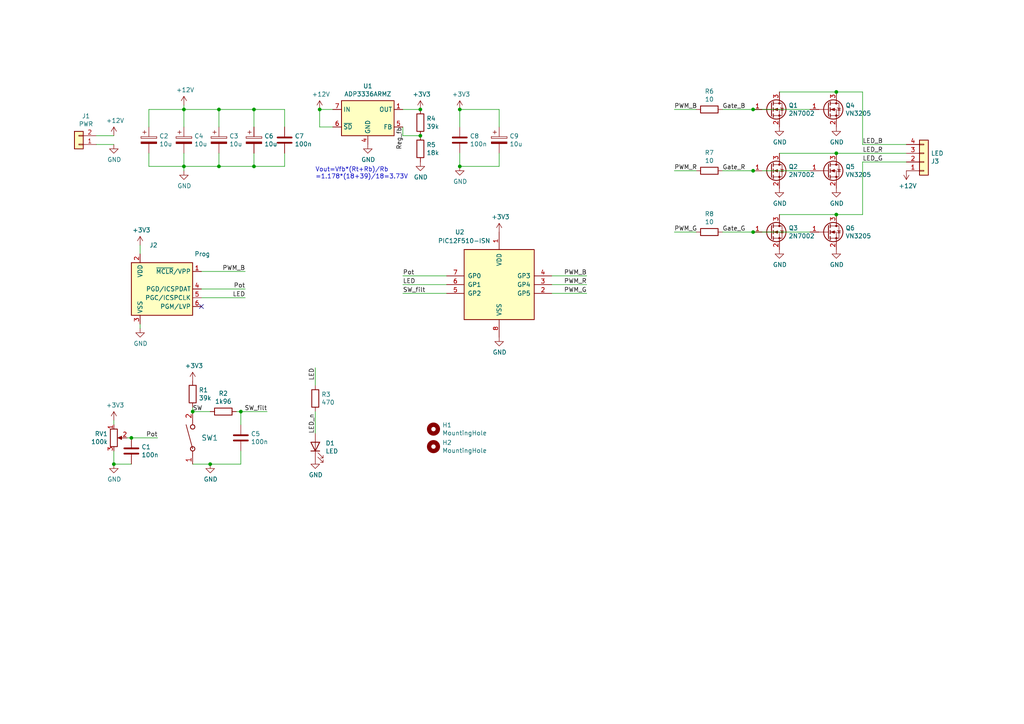
<source format=kicad_sch>
(kicad_sch (version 20230121) (generator eeschema)
  (paper "A4")
  (lib_symbols
    (symbol "Connector:Conn_PIC_ICSP_ICD"
      (property "Reference" "J" (at 6.35 8.89 0))
      (property "Value" "Conn_PIC_ICSP_ICD" (at -8.89 -1.27 90))
      (symbol "Conn_PIC_ICSP_ICD_0_1"
        (rectangle (start -7.62 7.62) (end 10.16 -7.62) (stroke (width 0.254)) (fill (type background)))
      )
      (symbol "Conn_PIC_ICSP_ICD_1_1"
        (pin passive line (at 12.7 5.08 180) (length 2.54) (name "~{MCLR}/VPP") (number "1"))
        (pin passive line (at -5.08 10.16 270) (length 2.54) (name "VDD") (number "2"))
        (pin power_in line (at -5.08 -10.16 90) (length 2.54) (name "VSS") (number "3"))
        (pin bidirectional line (at 12.7 0 180) (length 2.54) (name "PGD/ICSPDAT") (number "4"))
        (pin output line (at 12.7 -2.54 180) (length 2.54) (name "PGC/ICSPCLK") (number "5"))
        (pin output line (at 12.7 -5.08 180) (length 2.54) (name "PGM/LVP") (number "6"))
      )
    )
    (symbol "Connector_Generic:Conn_01x02" (pin_names (offset 1.016) hide)
      (property "Reference" "J" (at 0 2.54 0))
      (property "Value" "Conn_01x02" (at 0 -5.08 0))
      (symbol "Conn_01x02_1_1"
        (rectangle (start -1.27 -2.413) (end 0 -2.667) (stroke (width 0.1524)))
        (rectangle (start -1.27 0.127) (end 0 -0.127) (stroke (width 0.1524)))
        (rectangle (start -1.27 1.27) (end 1.27 -3.81) (stroke (width 0.254)) (fill (type background)))
        (pin passive line (at -5.08 0 0) (length 3.81) (name "Pin_1") (number "1"))
        (pin passive line (at -5.08 -2.54 0) (length 3.81) (name "Pin_2") (number "2"))
      )
    )
    (symbol "Connector_Generic:Conn_01x04" (pin_names (offset 1.016) hide)
      (property "Reference" "J" (at 0 5.08 0))
      (property "Value" "Conn_01x04" (at 0 -7.62 0))
      (symbol "Conn_01x04_1_1"
        (rectangle (start -1.27 -4.953) (end 0 -5.207) (stroke (width 0.1524)))
        (rectangle (start -1.27 -2.413) (end 0 -2.667) (stroke (width 0.1524)))
        (rectangle (start -1.27 0.127) (end 0 -0.127) (stroke (width 0.1524)))
        (rectangle (start -1.27 2.667) (end 0 2.413) (stroke (width 0.1524)))
        (rectangle (start -1.27 3.81) (end 1.27 -6.35) (stroke (width 0.254)) (fill (type background)))
        (pin passive line (at -5.08 2.54 0) (length 3.81) (name "Pin_1") (number "1"))
        (pin passive line (at -5.08 0 0) (length 3.81) (name "Pin_2") (number "2"))
        (pin passive line (at -5.08 -2.54 0) (length 3.81) (name "Pin_3") (number "3"))
        (pin passive line (at -5.08 -5.08 0) (length 3.81) (name "Pin_4") (number "4"))
      )
    )
    (symbol "Device:C" (pin_numbers hide) (pin_names (offset 0.254))
      (property "Reference" "C" (at 0.635 2.54 0))
      (property "Value" "C" (at 0.635 -2.54 0))
      (symbol "C_0_1"
        (polyline (pts (xy -2.032 -0.762) (xy 2.032 -0.762)) (stroke (width 0.508)))
        (polyline (pts (xy -2.032 0.762) (xy 2.032 0.762)) (stroke (width 0.508)))
      )
      (symbol "C_1_1"
        (pin passive line (at 0 3.81 270) (length 2.794) (name "~") (number "1"))
        (pin passive line (at 0 -3.81 90) (length 2.794) (name "~") (number "2"))
      )
    )
    (symbol "Device:LED" (pin_numbers hide) (pin_names (offset 1.016) hide)
      (property "Reference" "D" (at 0 2.54 0))
      (property "Value" "LED" (at 0 -2.54 0))
      (symbol "LED_0_1"
        (polyline (pts (xy -1.27 -1.27) (xy -1.27 1.27)) (stroke (width 0.254)))
        (polyline (pts (xy -1.27 0) (xy 1.27 0)))
        (polyline (pts (xy 1.27 -1.27) (xy 1.27 1.27) (xy -1.27 0) (xy 1.27 -1.27)) (stroke (width 0.254)))
        (polyline (pts (xy -3.048 -0.762) (xy -4.572 -2.286) (xy -3.81 -2.286) (xy -4.572 -2.286) (xy -4.572 -1.524)))
        (polyline (pts (xy -1.778 -0.762) (xy -3.302 -2.286) (xy -2.54 -2.286) (xy -3.302 -2.286) (xy -3.302 -1.524)))
      )
      (symbol "LED_1_1"
        (pin passive line (at -3.81 0 0) (length 2.54) (name "K") (number "1"))
        (pin passive line (at 3.81 0 180) (length 2.54) (name "A") (number "2"))
      )
    )
    (symbol "Device:R" (pin_numbers hide) (pin_names (offset 0))
      (property "Reference" "R" (at 2.032 0 90))
      (property "Value" "R" (at 0 0 90))
      (symbol "R_0_1"
        (rectangle (start -1.016 -2.54) (end 1.016 2.54) (stroke (width 0.254)))
      )
      (symbol "R_1_1"
        (pin passive line (at 0 3.81 270) (length 1.27) (name "~") (number "1"))
        (pin passive line (at 0 -3.81 90) (length 1.27) (name "~") (number "2"))
      )
    )
    (symbol "MCU_Microchip_PIC12:PIC12F510-ISN" (pin_names (offset 1.016))
      (property "Reference" "U" (at 1.27 13.97 0))
      (property "Value" "PIC12F510-ISN" (at 1.27 11.43 0))
      (symbol "PIC12F510-ISN_0_1"
        (rectangle (start 10.16 -10.16) (end -10.16 10.16) (stroke (width 0.254)) (fill (type background)))
      )
      (symbol "PIC12F510-ISN_1_1"
        (pin power_in line (at 0 15.24 270) (length 5.08) (name "VDD") (number "1"))
        (pin bidirectional line (at 15.24 -2.54 180) (length 5.08) (name "GP5") (number "2"))
        (pin bidirectional line (at 15.24 0 180) (length 5.08) (name "GP4") (number "3"))
        (pin input line (at 15.24 2.54 180) (length 5.08) (name "GP3") (number "4"))
        (pin bidirectional line (at -15.24 -2.54 0) (length 5.08) (name "GP2") (number "5"))
        (pin bidirectional line (at -15.24 0 0) (length 5.08) (name "GP1") (number "6"))
        (pin bidirectional line (at -15.24 2.54 0) (length 5.08) (name "GP0") (number "7"))
        (pin power_in line (at 0 -15.24 90) (length 5.08) (name "VSS") (number "8"))
      )
    )
    (symbol "Mechanical:MountingHole" (pin_names (offset 1.016))
      (property "Reference" "H" (at 0 5.08 0))
      (property "Value" "MountingHole" (at 0 3.175 0))
      (symbol "MountingHole_0_1"
        (circle (center 0 0) (radius 1.27) (stroke (width 1.27)))
      )
    )
    (symbol "RGB_strip_driver-rescue:CP-Device" (pin_numbers hide) (pin_names (offset 0.254))
      (property "Reference" "C" (at 0.635 2.54 0))
      (property "Value" "Device_CP" (at 0.635 -2.54 0))
      (symbol "CP-Device_0_1"
        (rectangle (start -2.286 0.508) (end 2.286 1.016))
        (polyline (pts (xy -1.778 2.286) (xy -0.762 2.286)))
        (polyline (pts (xy -1.27 2.794) (xy -1.27 1.778)))
        (rectangle (start 2.286 -0.508) (end -2.286 -1.016) (fill (type outline)))
      )
      (symbol "CP-Device_1_1"
        (pin passive line (at 0 3.81 270) (length 2.794) (name "~") (number "1"))
        (pin passive line (at 0 -3.81 90) (length 2.794) (name "~") (number "2"))
      )
    )
    (symbol "RGB_strip_driver-rescue:R_POT-Device" (pin_names (offset 1.016) hide)
      (property "Reference" "RV" (at -4.445 0 90))
      (property "Value" "Device_R_POT" (at -2.54 0 90))
      (symbol "R_POT-Device_0_1"
        (polyline (pts (xy 2.54 0) (xy 1.524 0)))
        (polyline (pts (xy 1.143 0) (xy 2.286 0.508) (xy 2.286 -0.508) (xy 1.143 0)) (fill (type outline)))
        (rectangle (start 1.016 2.54) (end -1.016 -2.54) (stroke (width 0.254)))
      )
      (symbol "R_POT-Device_1_1"
        (pin passive line (at 0 3.81 270) (length 1.27) (name "1") (number "1"))
        (pin passive line (at 3.81 0 180) (length 1.27) (name "2") (number "2"))
        (pin passive line (at 0 -3.81 90) (length 1.27) (name "3") (number "3"))
      )
    )
    (symbol "RGB_strip_driver-rescue:TL3330AF130QG-TL3330" (pin_names (offset -1.905) hide)
      (property "Reference" "SW" (at 7.62 3.81 0))
      (symbol "TL3330AF130QG-TL3330_1_1"
        (polyline (pts (xy 2.54 0) (xy 3.81 0)) (stroke (width 0.2032)))
        (polyline (pts (xy 4.445 0) (xy 11.43 1.905)) (stroke (width 0.2032)))
        (polyline (pts (xy 12.7 0) (xy 11.43 0)) (stroke (width 0.2032)))
        (circle (center 4.445 0) (radius 0.635) (stroke (width 0.254)))
        (circle (center 10.795 0) (radius 0.635) (stroke (width 0.254)))
        (pin unspecified line (at 0 0 0) (length 2.54) (name "1") (number "1"))
        (pin unspecified line (at 15.24 0 180) (length 2.54) (name "2") (number "2"))
      )
    )
    (symbol "Regulator_Linear:ADP3336ARMZ"
      (property "Reference" "U" (at 0 10.16 0))
      (property "Value" "ADP3336ARMZ" (at 0 7.62 0))
      (symbol "ADP3336ARMZ_1_1"
        (rectangle (start -7.62 5.08) (end 7.62 -5.08) (stroke (width 0.254)) (fill (type background)))
        (pin power_out line (at 10.16 2.54 180) (length 2.54) (name "OUT") (number "1"))
        (pin passive line (at 10.16 2.54 180) (length 2.54) hide (name "OUT") (number "2"))
        (pin passive line (at 10.16 2.54 180) (length 2.54) hide (name "OUT") (number "3"))
        (pin power_in line (at 0 -7.62 90) (length 2.54) (name "GND") (number "4"))
        (pin passive line (at 10.16 -2.54 180) (length 2.54) (name "FB") (number "5"))
        (pin input line (at -10.16 -2.54 0) (length 2.54) (name "~{SD}") (number "6"))
        (pin power_in line (at -10.16 2.54 0) (length 2.54) (name "IN") (number "7"))
        (pin passive line (at -10.16 2.54 0) (length 2.54) hide (name "IN") (number "8"))
      )
    )
    (symbol "Transistor_FET:2N7002" (pin_names hide)
      (property "Reference" "Q" (at 5.08 1.905 0))
      (property "Value" "2N7002" (at 5.08 0 0))
      (symbol "2N7002_0_1"
        (polyline (pts (xy 0.254 0) (xy -2.54 0)))
        (polyline (pts (xy 0.254 1.905) (xy 0.254 -1.905)) (stroke (width 0.254)))
        (polyline (pts (xy 0.762 -1.27) (xy 0.762 -2.286)) (stroke (width 0.254)))
        (polyline (pts (xy 0.762 0.508) (xy 0.762 -0.508)) (stroke (width 0.254)))
        (polyline (pts (xy 0.762 2.286) (xy 0.762 1.27)) (stroke (width 0.254)))
        (polyline (pts (xy 2.54 2.54) (xy 2.54 1.778)))
        (polyline (pts (xy 2.54 -2.54) (xy 2.54 0) (xy 0.762 0)))
        (polyline (pts (xy 0.762 -1.778) (xy 3.302 -1.778) (xy 3.302 1.778) (xy 0.762 1.778)))
        (polyline (pts (xy 1.016 0) (xy 2.032 0.381) (xy 2.032 -0.381) (xy 1.016 0)) (fill (type outline)))
        (polyline (pts (xy 2.794 0.508) (xy 2.921 0.381) (xy 3.683 0.381) (xy 3.81 0.254)))
        (polyline (pts (xy 3.302 0.381) (xy 2.921 -0.254) (xy 3.683 -0.254) (xy 3.302 0.381)))
        (circle (center 1.651 0) (radius 2.794) (stroke (width 0.254)))
        (circle (center 2.54 -1.778) (radius 0.254) (fill (type outline)))
        (circle (center 2.54 1.778) (radius 0.254) (fill (type outline)))
      )
      (symbol "2N7002_1_1"
        (pin input line (at -5.08 0 0) (length 2.54) (name "G") (number "1"))
        (pin passive line (at 2.54 -5.08 90) (length 2.54) (name "S") (number "2"))
        (pin passive line (at 2.54 5.08 270) (length 2.54) (name "D") (number "3"))
      )
    )
    (symbol "power:+12V" (power) (pin_names (offset 0))
      (property "Value" "+12V" (at 0 3.556 0))
      (symbol "+12V_0_1"
        (polyline (pts (xy -0.762 1.27) (xy 0 2.54)))
        (polyline (pts (xy 0 0) (xy 0 2.54)))
        (polyline (pts (xy 0 2.54) (xy 0.762 1.27)))
      )
      (symbol "+12V_1_1"
        (pin power_in line (at 0 0 90) (length 0) hide (name "+12V") (number "1"))
      )
    )
    (symbol "power:+3V3" (power) (pin_names (offset 0))
      (property "Value" "+3V3" (at 0 3.556 0))
      (symbol "+3V3_0_1"
        (polyline (pts (xy -0.762 1.27) (xy 0 2.54)))
        (polyline (pts (xy 0 0) (xy 0 2.54)))
        (polyline (pts (xy 0 2.54) (xy 0.762 1.27)))
      )
      (symbol "+3V3_1_1"
        (pin power_in line (at 0 0 90) (length 0) hide (name "+3V3") (number "1"))
      )
    )
    (symbol "power:GND" (power) (pin_names (offset 0))
      (property "Value" "GND" (at 0 -3.81 0))
      (symbol "GND_0_1"
        (polyline (pts (xy 0 0) (xy 0 -1.27) (xy 1.27 -1.27) (xy 0 -2.54) (xy -1.27 -1.27) (xy 0 -1.27)))
      )
      (symbol "GND_1_1"
        (pin power_in line (at 0 0 270) (length 0) hide (name "GND") (number "1"))
      )
    )
  )
  (junction (at 133.35 31.75))
  (junction (at 218.44 49.53))
  (junction (at 38.1 127))
  (junction (at 121.92 39.37))
  (junction (at 121.92 31.75))
  (junction (at 33.02 134.62))
  (junction (at 218.44 67.31))
  (junction (at 73.66 48.26))
  (junction (at 92.71 31.75))
  (junction (at 63.5 48.26))
  (junction (at 73.66 31.75))
  (junction (at 69.85 119.38))
  (junction (at 133.35 48.26))
  (junction (at 60.96 134.62))
  (junction (at 55.88 119.38))
  (junction (at 242.57 44.45))
  (junction (at 242.57 62.23))
  (junction (at 53.34 48.26))
  (junction (at 53.34 31.75))
  (junction (at 242.57 26.67))
  (junction (at 63.5 31.75))
  (junction (at 218.44 31.75))
  (no_connect (at 58.42 88.9))
  (wire (pts (xy 43.18 44.45) (xy 43.18 48.26)))
  (wire (pts (xy 160.02 80.01) (xy 170.18 80.01)))
  (wire (pts (xy 73.66 31.75) (xy 73.66 36.83)))
  (wire (pts (xy 53.34 48.26) (xy 63.5 48.26)))
  (wire (pts (xy 129.54 80.01) (xy 116.84 80.01)))
  (wire (pts (xy 53.34 31.75) (xy 63.5 31.75)))
  (wire (pts (xy 58.42 83.82) (xy 71.12 83.82)))
  (wire (pts (xy 133.35 31.75) (xy 144.78 31.75)))
  (wire (pts (xy 63.5 44.45) (xy 63.5 48.26)))
  (wire (pts (xy 201.93 31.75) (xy 195.58 31.75)))
  (wire (pts (xy 226.06 62.23) (xy 242.57 62.23)))
  (wire (pts (xy 33.02 123.19) (xy 33.02 121.92)))
  (wire (pts (xy 242.57 44.45) (xy 262.89 44.45)))
  (wire (pts (xy 55.88 134.62) (xy 60.96 134.62)))
  (wire (pts (xy 82.55 36.83) (xy 82.55 31.75)))
  (wire (pts (xy 33.02 130.81) (xy 33.02 134.62)))
  (wire (pts (xy 195.58 67.31) (xy 201.93 67.31)))
  (wire (pts (xy 33.02 41.91) (xy 27.94 41.91)))
  (wire (pts (xy 242.57 26.67) (xy 250.19 26.67)))
  (wire (pts (xy 92.71 36.83) (xy 92.71 31.75)))
  (wire (pts (xy 73.66 48.26) (xy 82.55 48.26)))
  (wire (pts (xy 116.84 82.55) (xy 129.54 82.55)))
  (wire (pts (xy 218.44 67.31) (xy 234.95 67.31)))
  (wire (pts (xy 133.35 44.45) (xy 133.35 48.26)))
  (wire (pts (xy 33.02 134.62) (xy 38.1 134.62)))
  (wire (pts (xy 43.18 31.75) (xy 53.34 31.75)))
  (wire (pts (xy 160.02 82.55) (xy 170.18 82.55)))
  (wire (pts (xy 133.35 36.83) (xy 133.35 31.75)))
  (wire (pts (xy 116.84 31.75) (xy 121.92 31.75)))
  (wire (pts (xy 218.44 49.53) (xy 234.95 49.53)))
  (wire (pts (xy 209.55 67.31) (xy 218.44 67.31)))
  (wire (pts (xy 27.94 39.37) (xy 33.02 39.37)))
  (wire (pts (xy 218.44 31.75) (xy 234.95 31.75)))
  (wire (pts (xy 53.34 30.48) (xy 53.34 31.75)))
  (wire (pts (xy 43.18 48.26) (xy 53.34 48.26)))
  (wire (pts (xy 58.42 78.74) (xy 71.12 78.74)))
  (wire (pts (xy 160.02 85.09) (xy 170.18 85.09)))
  (wire (pts (xy 63.5 48.26) (xy 73.66 48.26)))
  (wire (pts (xy 53.34 36.83) (xy 53.34 31.75)))
  (wire (pts (xy 250.19 26.67) (xy 250.19 41.91)))
  (wire (pts (xy 226.06 44.45) (xy 242.57 44.45)))
  (wire (pts (xy 121.92 39.37) (xy 116.84 39.37)))
  (wire (pts (xy 91.44 125.73) (xy 91.44 119.38)))
  (wire (pts (xy 144.78 48.26) (xy 144.78 44.45)))
  (wire (pts (xy 38.1 127) (xy 45.72 127)))
  (wire (pts (xy 40.64 73.66) (xy 40.64 71.12)))
  (wire (pts (xy 129.54 85.09) (xy 116.84 85.09)))
  (wire (pts (xy 69.85 119.38) (xy 77.47 119.38)))
  (wire (pts (xy 53.34 49.53) (xy 53.34 48.26)))
  (wire (pts (xy 69.85 134.62) (xy 69.85 130.81)))
  (wire (pts (xy 38.1 127) (xy 36.83 127)))
  (wire (pts (xy 262.89 41.91) (xy 250.19 41.91)))
  (wire (pts (xy 92.71 31.75) (xy 96.52 31.75)))
  (wire (pts (xy 53.34 44.45) (xy 53.34 48.26)))
  (wire (pts (xy 209.55 49.53) (xy 218.44 49.53)))
  (wire (pts (xy 144.78 31.75) (xy 144.78 36.83)))
  (wire (pts (xy 250.19 62.23) (xy 250.19 46.99)))
  (wire (pts (xy 195.58 49.53) (xy 201.93 49.53)))
  (wire (pts (xy 73.66 44.45) (xy 73.66 48.26)))
  (wire (pts (xy 82.55 48.26) (xy 82.55 44.45)))
  (wire (pts (xy 58.42 86.36) (xy 71.12 86.36)))
  (wire (pts (xy 209.55 31.75) (xy 218.44 31.75)))
  (wire (pts (xy 63.5 36.83) (xy 63.5 31.75)))
  (wire (pts (xy 96.52 36.83) (xy 92.71 36.83)))
  (wire (pts (xy 63.5 31.75) (xy 73.66 31.75)))
  (wire (pts (xy 250.19 46.99) (xy 262.89 46.99)))
  (wire (pts (xy 226.06 26.67) (xy 242.57 26.67)))
  (wire (pts (xy 242.57 62.23) (xy 250.19 62.23)))
  (wire (pts (xy 55.88 118.11) (xy 55.88 119.38)))
  (wire (pts (xy 69.85 119.38) (xy 68.58 119.38)))
  (wire (pts (xy 133.35 48.26) (xy 144.78 48.26)))
  (wire (pts (xy 116.84 39.37) (xy 116.84 36.83)))
  (wire (pts (xy 60.96 134.62) (xy 69.85 134.62)))
  (wire (pts (xy 82.55 31.75) (xy 73.66 31.75)))
  (wire (pts (xy 91.44 111.76) (xy 91.44 106.68)))
  (wire (pts (xy 40.64 93.98) (xy 40.64 95.25)))
  (wire (pts (xy 69.85 123.19) (xy 69.85 119.38)))
  (wire (pts (xy 43.18 36.83) (xy 43.18 31.75)))
  (wire (pts (xy 55.88 119.38) (xy 60.96 119.38)))
  (text "Vout=Vfb*(Rt+Rb)/Rb\n=1.178*(18+39)/18=3.73V" (at 91.44 52.07 0) (effects (font (size 1.27 1.27)) (justify left bottom)))
  (label "Gate_G" (at 209.55 67.31 0))
  (label "PWM_R" (at 170.18 82.55 180))
  (label "SW_filt" (at 77.47 119.38 180))
  (label "Reg_fb" (at 116.84 36.83 270))
  (label "PWM_B" (at 170.18 80.01 180))
  (label "LED_B" (at 250.19 41.91 0))
  (label "PWM_G" (at 170.18 85.09 180))
  (label "Pot" (at 45.72 127 180))
  (label "LED" (at 71.12 86.36 180))
  (label "LED" (at 91.44 106.68 270))
  (label "LED_G" (at 250.19 46.99 0))
  (label "PWM_B" (at 195.58 31.75 0))
  (label "Pot" (at 116.84 80.01 0))
  (label "PWM_R" (at 195.58 49.53 0))
  (label "SW_filt" (at 116.84 85.09 0))
  (label "Pot" (at 71.12 83.82 180))
  (label "PWM_B" (at 71.12 78.74 180))
  (label "LED_n" (at 91.44 125.73 90))
  (label "LED_R" (at 250.19 44.45 0))
  (label "Gate_B" (at 209.55 31.75 0))
  (label "PWM_G" (at 195.58 67.31 0))
  (label "Gate_R" (at 209.55 49.53 0))
  (label "LED" (at 116.84 82.55 0))
  (label "SW" (at 55.88 119.38 0))
  (symbol (lib_id "Device:R") (at 205.74 31.75 270) (unit 1)
    (property "Reference" "R6" (at 205.74 26.4922 90))
    (property "Value" "10" (at 205.74 28.8036 90))
    (property "Footprint" "Resistor_SMD:R_0603_1608Metric_Pad1.05x0.95mm_HandSolder" (effects hide))
  )
  (symbol (lib_id "Connector_Generic:Conn_01x04") (at 267.97 46.99 0) (mirror x) (unit 1)
    (property "Reference" "J3" (at 270.002 46.7868 0) (effects (justify left)))
    (property "Value" "LED" (at 270.002 44.4754 0) (effects (justify left)))
    (property "Footprint" "Connector_PinHeader_2.54mm:PinHeader_1x04_P2.54mm_Vertical" (effects hide))
  )
  (symbol (lib_id "Connector_Generic:Conn_01x02") (at 22.86 41.91 180) (unit 1)
    (property "Reference" "J1" (at 24.9428 33.655 0))
    (property "Value" "PWR" (at 24.9428 35.9664 0))
    (property "Footprint" "Connector_PinHeader_2.54mm:PinHeader_1x02_P2.54mm_Vertical" (effects hide))
  )
  (symbol (lib_id "power:GND") (at 226.06 36.83 0) (unit 1)
    (property "Reference" "#PWR020" (effects hide))
    (property "Value" "GND" (at 226.187 41.2242 0))
  )
  (symbol (lib_id "power:GND") (at 33.02 41.91 0) (unit 1)
    (property "Reference" "#PWR02" (effects hide))
    (property "Value" "GND" (at 33.147 46.3042 0))
  )
  (symbol (lib_id "power:+12V") (at 33.02 39.37 0) (unit 1)
    (property "Reference" "#PWR01" (effects hide))
    (property "Value" "+12V" (at 33.401 34.9758 0))
  )
  (symbol (lib_id "power:+12V") (at 262.89 49.53 0) (mirror x) (unit 1)
    (property "Reference" "#PWR026" (effects hide))
    (property "Value" "+12V" (at 263.271 53.9242 0))
  )
  (symbol (lib_id "Transistor_FET:2N7002") (at 223.52 31.75 0) (unit 1)
    (property "Reference" "Q1" (at 228.7016 30.5816 0) (effects (justify left)))
    (property "Value" "2N7002" (at 228.7016 32.893 0) (effects (justify left)))
    (property "Footprint" "Package_TO_SOT_SMD:SOT-23_Handsoldering" (effects hide))
    (property "Datasheet" "https://www.fairchildsemi.com/datasheets/2N/2N7002.pdf" (effects hide))
  )
  (symbol (lib_id "Device:R") (at 205.74 49.53 270) (unit 1)
    (property "Reference" "R7" (at 205.74 44.2722 90))
    (property "Value" "10" (at 205.74 46.5836 90))
    (property "Footprint" "Resistor_SMD:R_0603_1608Metric_Pad1.05x0.95mm_HandSolder" (effects hide))
  )
  (symbol (lib_id "power:GND") (at 226.06 54.61 0) (unit 1)
    (property "Reference" "#PWR021" (effects hide))
    (property "Value" "GND" (at 226.187 59.0042 0))
  )
  (symbol (lib_id "Transistor_FET:2N7002") (at 223.52 49.53 0) (unit 1)
    (property "Reference" "Q2" (at 228.7016 48.3616 0) (effects (justify left)))
    (property "Value" "2N7002" (at 228.7016 50.673 0) (effects (justify left)))
    (property "Footprint" "Package_TO_SOT_SMD:SOT-23_Handsoldering" (effects hide))
    (property "Datasheet" "https://www.fairchildsemi.com/datasheets/2N/2N7002.pdf" (effects hide))
  )
  (symbol (lib_id "Device:R") (at 205.74 67.31 270) (unit 1)
    (property "Reference" "R8" (at 205.74 62.0522 90))
    (property "Value" "10" (at 205.74 64.3636 90))
    (property "Footprint" "Resistor_SMD:R_0603_1608Metric_Pad1.05x0.95mm_HandSolder" (effects hide))
  )
  (symbol (lib_id "power:GND") (at 226.06 72.39 0) (unit 1)
    (property "Reference" "#PWR022" (effects hide))
    (property "Value" "GND" (at 226.187 76.7842 0))
  )
  (symbol (lib_id "Transistor_FET:2N7002") (at 223.52 67.31 0) (unit 1)
    (property "Reference" "Q3" (at 228.7016 66.1416 0) (effects (justify left)))
    (property "Value" "2N7002" (at 228.7016 68.453 0) (effects (justify left)))
    (property "Footprint" "Package_TO_SOT_SMD:SOT-23_Handsoldering" (effects hide))
    (property "Datasheet" "https://www.fairchildsemi.com/datasheets/2N/2N7002.pdf" (effects hide))
  )
  (symbol (lib_id "Device:C") (at 82.55 40.64 0) (unit 1)
    (property "Reference" "C7" (at 85.471 39.4716 0) (effects (justify left)))
    (property "Value" "100n" (at 85.471 41.783 0) (effects (justify left)))
    (property "Footprint" "Capacitor_SMD:C_0603_1608Metric_Pad1.05x0.95mm_HandSolder" (effects hide))
  )
  (symbol (lib_id "RGB_strip_driver-rescue:CP-Device") (at 73.66 40.64 0) (unit 1)
    (property "Reference" "C6" (at 76.6572 39.4716 0) (effects (justify left)))
    (property "Value" "10u" (at 76.6572 41.783 0) (effects (justify left)))
    (property "Footprint" "Capacitor_SMD:C_1206_3216Metric_Pad1.42x1.75mm_HandSolder" (effects hide))
  )
  (symbol (lib_id "RGB_strip_driver-rescue:CP-Device") (at 63.5 40.64 0) (unit 1)
    (property "Reference" "C3" (at 66.4972 39.4716 0) (effects (justify left)))
    (property "Value" "10u" (at 66.4972 41.783 0) (effects (justify left)))
    (property "Footprint" "Capacitor_SMD:C_1206_3216Metric_Pad1.42x1.75mm_HandSolder" (effects hide))
  )
  (symbol (lib_id "RGB_strip_driver-rescue:CP-Device") (at 53.34 40.64 0) (unit 1)
    (property "Reference" "C4" (at 56.3372 39.4716 0) (effects (justify left)))
    (property "Value" "10u" (at 56.3372 41.783 0) (effects (justify left)))
    (property "Footprint" "Capacitor_SMD:C_1206_3216Metric_Pad1.42x1.75mm_HandSolder" (effects hide))
  )
  (symbol (lib_id "RGB_strip_driver-rescue:CP-Device") (at 43.18 40.64 0) (unit 1)
    (property "Reference" "C2" (at 46.1772 39.4716 0) (effects (justify left)))
    (property "Value" "10u" (at 46.1772 41.783 0) (effects (justify left)))
    (property "Footprint" "Capacitor_SMD:C_1206_3216Metric_Pad1.42x1.75mm_HandSolder" (effects hide))
  )
  (symbol (lib_id "Device:C") (at 133.35 40.64 0) (unit 1)
    (property "Reference" "C8" (at 136.271 39.4716 0) (effects (justify left)))
    (property "Value" "100n" (at 136.271 41.783 0) (effects (justify left)))
    (property "Footprint" "Capacitor_SMD:C_0603_1608Metric_Pad1.05x0.95mm_HandSolder" (effects hide))
  )
  (symbol (lib_id "RGB_strip_driver-rescue:CP-Device") (at 144.78 40.64 0) (unit 1)
    (property "Reference" "C9" (at 147.7772 39.4716 0) (effects (justify left)))
    (property "Value" "10u" (at 147.7772 41.783 0) (effects (justify left)))
    (property "Footprint" "Capacitor_SMD:C_1206_3216Metric_Pad1.42x1.75mm_HandSolder" (effects hide))
  )
  (symbol (lib_id "power:+12V") (at 53.34 30.48 0) (unit 1)
    (property "Reference" "#PWR07" (effects hide))
    (property "Value" "+12V" (at 53.721 26.0858 0))
  )
  (symbol (lib_id "power:GND") (at 53.34 49.53 0) (unit 1)
    (property "Reference" "#PWR08" (effects hide))
    (property "Value" "GND" (at 53.467 53.9242 0))
  )
  (symbol (lib_id "Transistor_FET:2N7002") (at 240.03 67.31 0) (unit 1)
    (property "Reference" "Q6" (at 245.2116 66.1416 0) (effects (justify left)))
    (property "Value" "VN3205" (at 245.2116 68.453 0) (effects (justify left)))
    (property "Footprint" "Package_TO_SOT_SMD:SOT-89-3_Handsoldering" (effects hide))
    (property "Datasheet" "https://www.fairchildsemi.com/datasheets/2N/2N7002.pdf" (effects hide))
  )
  (symbol (lib_id "Transistor_FET:2N7002") (at 240.03 49.53 0) (unit 1)
    (property "Reference" "Q5" (at 245.2116 48.3616 0) (effects (justify left)))
    (property "Value" "VN3205" (at 245.2116 50.673 0) (effects (justify left)))
    (property "Footprint" "Package_TO_SOT_SMD:SOT-89-3_Handsoldering" (effects hide))
    (property "Datasheet" "https://www.fairchildsemi.com/datasheets/2N/2N7002.pdf" (effects hide))
  )
  (symbol (lib_id "Transistor_FET:2N7002") (at 240.03 31.75 0) (unit 1)
    (property "Reference" "Q4" (at 245.2116 30.5816 0) (effects (justify left)))
    (property "Value" "VN3205" (at 245.2116 32.893 0) (effects (justify left)))
    (property "Footprint" "Package_TO_SOT_SMD:SOT-89-3_Handsoldering" (effects hide))
    (property "Datasheet" "https://www.fairchildsemi.com/datasheets/2N/2N7002.pdf" (effects hide))
  )
  (symbol (lib_id "power:GND") (at 242.57 36.83 0) (unit 1)
    (property "Reference" "#PWR023" (effects hide))
    (property "Value" "GND" (at 242.697 41.2242 0))
  )
  (symbol (lib_id "power:GND") (at 242.57 54.61 0) (unit 1)
    (property "Reference" "#PWR024" (effects hide))
    (property "Value" "GND" (at 242.697 59.0042 0))
  )
  (symbol (lib_id "power:GND") (at 242.57 72.39 0) (unit 1)
    (property "Reference" "#PWR025" (effects hide))
    (property "Value" "GND" (at 242.697 76.7842 0))
  )
  (symbol (lib_id "power:+3V3") (at 133.35 31.75 0) (unit 1)
    (property "Reference" "#PWR016" (effects hide))
    (property "Value" "+3V3" (at 133.731 27.3558 0))
  )
  (symbol (lib_id "RGB_strip_driver-rescue:R_POT-Device") (at 33.02 127 0) (unit 1)
    (property "Reference" "RV1" (at 31.2674 125.8316 0) (effects (justify right)))
    (property "Value" "100k" (at 31.2674 128.143 0) (effects (justify right)))
    (property "Footprint" "Potentiometer_THT:Potentiometer_Piher_PT-10-H01_Horizontal" (effects hide))
  )
  (symbol (lib_id "Device:R") (at 55.88 114.3 180) (unit 1)
    (property "Reference" "R1" (at 57.658 113.1316 0) (effects (justify right)))
    (property "Value" "39k" (at 57.658 115.443 0) (effects (justify right)))
    (property "Footprint" "Resistor_SMD:R_0603_1608Metric_Pad1.05x0.95mm_HandSolder" (effects hide))
  )
  (symbol (lib_id "power:+3V3") (at 33.02 121.92 0) (unit 1)
    (property "Reference" "#PWR03" (effects hide))
    (property "Value" "+3V3" (at 33.401 117.5258 0))
  )
  (symbol (lib_id "Device:R") (at 64.77 119.38 90) (unit 1)
    (property "Reference" "R2" (at 64.77 114.1222 90))
    (property "Value" "1k96" (at 64.77 116.4336 90))
    (property "Footprint" "Resistor_SMD:R_0603_1608Metric_Pad1.05x0.95mm_HandSolder" (effects hide))
  )
  (symbol (lib_id "Device:C") (at 38.1 130.81 0) (unit 1)
    (property "Reference" "C1" (at 41.021 129.6416 0) (effects (justify left)))
    (property "Value" "100n" (at 41.021 131.953 0) (effects (justify left)))
    (property "Footprint" "Capacitor_SMD:C_0603_1608Metric_Pad1.05x0.95mm_HandSolder" (effects hide))
  )
  (symbol (lib_id "Device:C") (at 69.85 127 0) (unit 1)
    (property "Reference" "C5" (at 72.771 125.8316 0) (effects (justify left)))
    (property "Value" "100n" (at 72.771 128.143 0) (effects (justify left)))
    (property "Footprint" "Capacitor_SMD:C_0603_1608Metric_Pad1.05x0.95mm_HandSolder" (effects hide))
  )
  (symbol (lib_id "Connector:Conn_PIC_ICSP_ICD") (at 45.72 83.82 0) (unit 1)
    (property "Reference" "J2" (at 45.72 71.12 0) (effects (justify right)))
    (property "Value" "Prog" (at 60.96 73.66 0) (effects (justify right)))
    (property "Footprint" "Connector:Tag-Connect_TC2030-IDC-NL_2x03_P1.27mm_Vertical" (effects hide))
    (property "Datasheet" "http://ww1.microchip.com/downloads/en/devicedoc/30277d.pdf" (effects hide))
  )
  (symbol (lib_id "MCU_Microchip_PIC12:PIC12F510-ISN") (at 144.78 82.55 0) (unit 1)
    (property "Reference" "U2" (at 133.35 67.31 0))
    (property "Value" "PIC12F510-ISN" (at 134.62 69.85 0))
    (property "Footprint" "Package_SO:SOIC-8_3.9x4.9mm_P1.27mm" (effects hide))
    (property "Datasheet" "http://ww1.microchip.com/downloads/en/DeviceDoc/41268D.pdf" (effects hide))
  )
  (symbol (lib_id "power:+3V3") (at 144.78 67.31 0) (unit 1)
    (property "Reference" "#PWR018" (effects hide))
    (property "Value" "+3V3" (at 145.161 62.9158 0))
  )
  (symbol (lib_id "power:GND") (at 144.78 97.79 0) (unit 1)
    (property "Reference" "#PWR019" (effects hide))
    (property "Value" "GND" (at 144.907 102.1842 0))
  )
  (symbol (lib_id "power:GND") (at 60.96 134.62 0) (unit 1)
    (property "Reference" "#PWR010" (effects hide))
    (property "Value" "GND" (at 61.087 139.0142 0))
  )
  (symbol (lib_id "power:+3V3") (at 55.88 110.49 0) (unit 1)
    (property "Reference" "#PWR09" (effects hide))
    (property "Value" "+3V3" (at 56.261 106.0958 0))
  )
  (symbol (lib_id "power:GND") (at 33.02 134.62 0) (unit 1)
    (property "Reference" "#PWR04" (effects hide))
    (property "Value" "GND" (at 33.147 139.0142 0))
  )
  (symbol (lib_id "power:GND") (at 40.64 95.25 0) (unit 1)
    (property "Reference" "#PWR06" (effects hide))
    (property "Value" "GND" (at 40.767 99.6442 0))
  )
  (symbol (lib_id "power:+3V3") (at 40.64 71.12 0) (unit 1)
    (property "Reference" "#PWR05" (effects hide))
    (property "Value" "+3V3" (at 41.021 66.7258 0))
  )
  (symbol (lib_id "Device:LED") (at 91.44 129.54 90) (unit 1)
    (property "Reference" "D1" (at 94.4118 128.5494 90) (effects (justify right)))
    (property "Value" "LED" (at 94.4118 130.8608 90) (effects (justify right)))
    (property "Footprint" "LED_SMD:LED_0805_2012Metric_Pad1.15x1.40mm_HandSolder" (effects hide))
  )
  (symbol (lib_id "power:GND") (at 91.44 133.35 0) (unit 1)
    (property "Reference" "#PWR011" (effects hide))
    (property "Value" "GND" (at 91.567 137.7442 0))
  )
  (symbol (lib_id "Device:R") (at 91.44 115.57 180) (unit 1)
    (property "Reference" "R3" (at 93.218 114.4016 0) (effects (justify right)))
    (property "Value" "470" (at 93.218 116.713 0) (effects (justify right)))
    (property "Footprint" "Resistor_SMD:R_0603_1608Metric_Pad1.05x0.95mm_HandSolder" (effects hide))
  )
  (symbol (lib_id "Regulator_Linear:ADP3336ARMZ") (at 106.68 34.29 0) (unit 1)
    (property "Reference" "U1" (at 106.68 24.9682 0))
    (property "Value" "ADP3336ARMZ" (at 106.68 27.2796 0))
    (property "Footprint" "Package_SO:MSOP-8_3x3mm_P0.65mm" (effects hide))
    (property "Datasheet" "https://www.analog.com/media/en/technical-documentation/data-sheets/ADP3336.pdf" (effects hide))
  )
  (symbol (lib_id "power:+3V3") (at 121.92 31.75 0) (unit 1)
    (property "Reference" "#PWR014" (effects hide))
    (property "Value" "+3V3" (at 122.301 27.3558 0))
  )
  (symbol (lib_id "power:+12V") (at 92.71 31.75 0) (unit 1)
    (property "Reference" "#PWR012" (effects hide))
    (property "Value" "+12V" (at 93.091 27.3558 0))
  )
  (symbol (lib_id "power:GND") (at 106.68 41.91 0) (unit 1)
    (property "Reference" "#PWR013" (effects hide))
    (property "Value" "GND" (at 106.807 46.3042 0))
  )
  (symbol (lib_id "Device:R") (at 121.92 35.56 180) (unit 1)
    (property "Reference" "R4" (at 123.698 34.3916 0) (effects (justify right)))
    (property "Value" "39k" (at 123.698 36.703 0) (effects (justify right)))
    (property "Footprint" "Resistor_SMD:R_0603_1608Metric_Pad1.05x0.95mm_HandSolder" (effects hide))
  )
  (symbol (lib_id "Device:R") (at 121.92 43.18 180) (unit 1)
    (property "Reference" "R5" (at 123.698 42.0116 0) (effects (justify right)))
    (property "Value" "18k" (at 123.698 44.323 0) (effects (justify right)))
    (property "Footprint" "Resistor_SMD:R_0603_1608Metric_Pad1.05x0.95mm_HandSolder" (effects hide))
  )
  (symbol (lib_id "power:GND") (at 121.92 46.99 0) (unit 1)
    (property "Reference" "#PWR015" (effects hide))
    (property "Value" "GND" (at 122.047 51.3842 0))
  )
  (symbol (lib_id "power:GND") (at 133.35 48.26 0) (unit 1)
    (property "Reference" "#PWR017" (effects hide))
    (property "Value" "GND" (at 133.477 52.6542 0))
  )
  (symbol (lib_id "RGB_strip_driver-rescue:TL3330AF130QG-TL3330") (at 55.88 134.62 90) (unit 1)
    (property "Reference" "SW1" (at 58.3692 127 90) (effects (font (size 1.524 1.524)) (justify right)))
    (property "Value" "TL3330AF130QG" (effects hide))
    (property "Footprint" "solar_mppt1:TL3330" (effects hide))
  )
  (symbol (lib_id "Mechanical:MountingHole") (at 125.73 124.46 0) (unit 1)
    (property "Reference" "H1" (at 128.27 123.2916 0) (effects (justify left)))
    (property "Value" "MountingHole" (at 128.27 125.603 0) (effects (justify left)))
    (property "Footprint" "MountingHole:MountingHole_3.2mm_M3" (effects hide))
  )
  (symbol (lib_id "Mechanical:MountingHole") (at 125.73 129.54 0) (unit 1)
    (property "Reference" "H2" (at 128.27 128.3716 0) (effects (justify left)))
    (property "Value" "MountingHole" (at 128.27 130.683 0) (effects (justify left)))
    (property "Footprint" "MountingHole:MountingHole_3.2mm_M3" (effects hide))
  )
)
</source>
